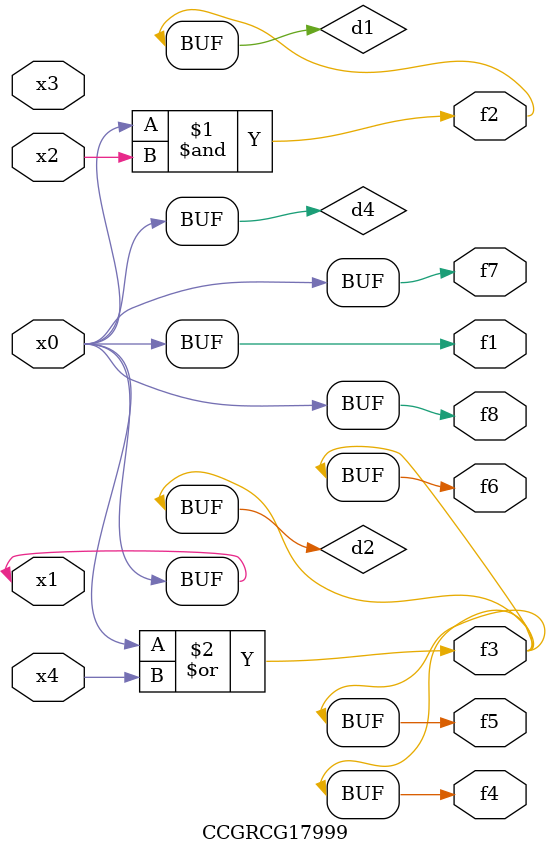
<source format=v>
module CCGRCG17999(
	input x0, x1, x2, x3, x4,
	output f1, f2, f3, f4, f5, f6, f7, f8
);

	wire d1, d2, d3, d4;

	and (d1, x0, x2);
	or (d2, x0, x4);
	nand (d3, x0, x2);
	buf (d4, x0, x1);
	assign f1 = d4;
	assign f2 = d1;
	assign f3 = d2;
	assign f4 = d2;
	assign f5 = d2;
	assign f6 = d2;
	assign f7 = d4;
	assign f8 = d4;
endmodule

</source>
